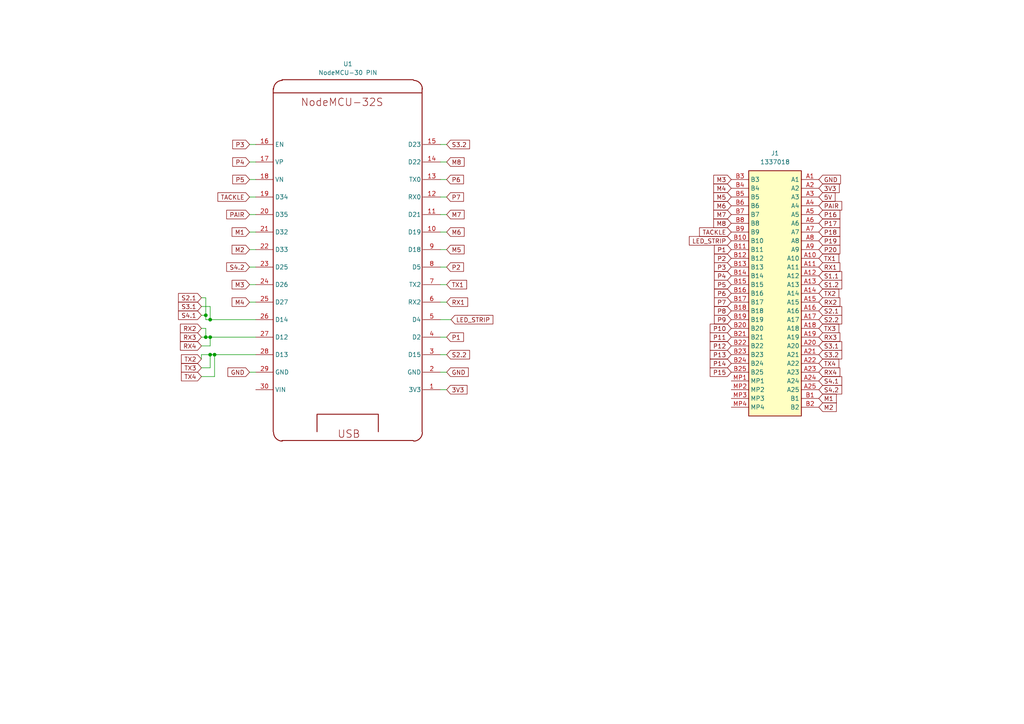
<source format=kicad_sch>
(kicad_sch (version 20231120) (generator "eeschema") (generator_version "8.0")
  (paper "A4")
  (title_block (title "ESP32 Interface Card - Main Module") (date "2024-03-27") (rev "1.0") (company "Polar Robotics") (comment 1 "Ordered through: JLCPCB") (comment 2 "Approved by: Rhys Davies") (comment 3 "Designed by: Kaden Wince"))
  (lib_symbols
    (symbol "1337018:1337018"
      (property "Reference" "J" (at 21.59 7.62 0))
      (property "Value" "1337018" (at 21.59 5.08 0))
      (symbol "1337018_1_1"
        (rectangle (start 5.08 2.54) (end 20.32 -68.58) (stroke (width 0.254)) (fill (type background)))
        (pin passive line (at 0 0 0) (length 5.08) (name "A1") (number "A1"))
        (pin passive line (at 0 -22.86 0) (length 5.08) (name "A10") (number "A10"))
        (pin passive line (at 0 -25.4 0) (length 5.08) (name "A11") (number "A11"))
        (pin passive line (at 0 -27.94 0) (length 5.08) (name "A12") (number "A12"))
        (pin passive line (at 0 -30.48 0) (length 5.08) (name "A13") (number "A13"))
        (pin passive line (at 0 -33.02 0) (length 5.08) (name "A14") (number "A14"))
        (pin passive line (at 0 -35.56 0) (length 5.08) (name "A15") (number "A15"))
        (pin passive line (at 0 -38.1 0) (length 5.08) (name "A16") (number "A16"))
        (pin passive line (at 0 -40.64 0) (length 5.08) (name "A17") (number "A17"))
        (pin passive line (at 0 -43.18 0) (length 5.08) (name "A18") (number "A18"))
        (pin passive line (at 0 -45.72 0) (length 5.08) (name "A19") (number "A19"))
        (pin passive line (at 0 -2.54 0) (length 5.08) (name "A2") (number "A2"))
        (pin passive line (at 0 -48.26 0) (length 5.08) (name "A20") (number "A20"))
        (pin passive line (at 0 -50.8 0) (length 5.08) (name "A21") (number "A21"))
        (pin passive line (at 0 -53.34 0) (length 5.08) (name "A22") (number "A22"))
        (pin passive line (at 0 -55.88 0) (length 5.08) (name "A23") (number "A23"))
        (pin passive line (at 0 -58.42 0) (length 5.08) (name "A24") (number "A24"))
        (pin passive line (at 0 -60.96 0) (length 5.08) (name "A25") (number "A25"))
        (pin passive line (at 0 -5.08 0) (length 5.08) (name "A3") (number "A3"))
        (pin passive line (at 0 -7.62 0) (length 5.08) (name "A4") (number "A4"))
        (pin passive line (at 0 -10.16 0) (length 5.08) (name "A5") (number "A5"))
        (pin passive line (at 0 -12.7 0) (length 5.08) (name "A6") (number "A6"))
        (pin passive line (at 0 -15.24 0) (length 5.08) (name "A7") (number "A7"))
        (pin passive line (at 0 -17.78 0) (length 5.08) (name "A8") (number "A8"))
        (pin passive line (at 0 -20.32 0) (length 5.08) (name "A9") (number "A9"))
        (pin passive line (at 0 -63.5 0) (length 5.08) (name "B1") (number "B1"))
        (pin passive line (at 25.4 -17.78 180) (length 5.08) (name "B10") (number "B10"))
        (pin passive line (at 25.4 -20.32 180) (length 5.08) (name "B11") (number "B11"))
        (pin passive line (at 25.4 -22.86 180) (length 5.08) (name "B12") (number "B12"))
        (pin passive line (at 25.4 -25.4 180) (length 5.08) (name "B13") (number "B13"))
        (pin passive line (at 25.4 -27.94 180) (length 5.08) (name "B14") (number "B14"))
        (pin passive line (at 25.4 -30.48 180) (length 5.08) (name "B15") (number "B15"))
        (pin passive line (at 25.4 -33.02 180) (length 5.08) (name "B16") (number "B16"))
        (pin passive line (at 25.4 -35.56 180) (length 5.08) (name "B17") (number "B17"))
        (pin passive line (at 25.4 -38.1 180) (length 5.08) (name "B18") (number "B18"))
        (pin passive line (at 25.4 -40.64 180) (length 5.08) (name "B19") (number "B19"))
        (pin passive line (at 0 -66.04 0) (length 5.08) (name "B2") (number "B2"))
        (pin passive line (at 25.4 -43.18 180) (length 5.08) (name "B20") (number "B20"))
        (pin passive line (at 25.4 -45.72 180) (length 5.08) (name "B21") (number "B21"))
        (pin passive line (at 25.4 -48.26 180) (length 5.08) (name "B22") (number "B22"))
        (pin passive line (at 25.4 -50.8 180) (length 5.08) (name "B23") (number "B23"))
        (pin passive line (at 25.4 -53.34 180) (length 5.08) (name "B24") (number "B24"))
        (pin passive line (at 25.4 -55.88 180) (length 5.08) (name "B25") (number "B25"))
        (pin passive line (at 25.4 0 180) (length 5.08) (name "B3") (number "B3"))
        (pin passive line (at 25.4 -2.54 180) (length 5.08) (name "B4") (number "B4"))
        (pin passive line (at 25.4 -5.08 180) (length 5.08) (name "B5") (number "B5"))
        (pin passive line (at 25.4 -7.62 180) (length 5.08) (name "B6") (number "B6"))
        (pin passive line (at 25.4 -10.16 180) (length 5.08) (name "B7") (number "B7"))
        (pin passive line (at 25.4 -12.7 180) (length 5.08) (name "B8") (number "B8"))
        (pin passive line (at 25.4 -15.24 180) (length 5.08) (name "B9") (number "B9"))
        (pin passive line (at 25.4 -58.42 180) (length 5.08) (name "MP1") (number "MP1"))
        (pin passive line (at 25.4 -60.96 180) (length 5.08) (name "MP2") (number "MP2"))
        (pin passive line (at 25.4 -63.5 180) (length 5.08) (name "MP3") (number "MP3"))
        (pin passive line (at 25.4 -66.04 180) (length 5.08) (name "MP4") (number "MP4"))
      )
    )
    (symbol "1337018:NodeMCU-30 PIN"
      (property "Reference" "U1" (at -0.6985 45.72 0))
      (property "Value" "NodeMCU-30 PIN" (at -0.6985 43.18 0))
      (symbol "NodeMCU-30 PIN_0_0"
        (arc (start -22.2504 -61.1378) (mid -21.5065 -62.9339) (end -19.7104 -63.6778) (stroke (width 0.254)))
        (arc (start -19.7104 40.9448) (mid -21.5065 40.2009) (end -22.2504 38.4048) (stroke (width 0.254)))
        (polyline (pts (xy -22.352 38.608) (xy -22.352 -60.96)) (stroke (width 0.254)))
        (polyline (pts (xy -19.812 -63.5) (xy 18.288 -63.5)) (stroke (width 0.254)))
        (polyline (pts (xy 18.288 41.148) (xy -19.812 41.148)) (stroke (width 0.254)))
        (polyline (pts (xy 20.828 -60.96) (xy 20.828 38.608)) (stroke (width 0.254)))
        (polyline (pts (xy 20.828 37.338) (xy -22.352 37.338)) (stroke (width 0.254)))
        (polyline (pts (xy 8.128 -60.96) (xy 8.128 -55.88) (xy -9.652 -55.88) (xy -9.652 -60.96)) (stroke (width 0.254)))
        (arc (start 18.3642 -63.6778) (mid 20.1603 -62.9339) (end 20.9042 -61.1378) (stroke (width 0.254)))
        (arc (start 20.9042 38.4048) (mid 20.1603 40.2009) (end 18.3642 40.9448) (stroke (width 0.254)))
        (text "NodeMCU-32S" (at 9.652 35.9029 0) (effects (font (size 2.1717 2.1717)) (justify right top)))
        (text "USB" (at 2.9464 -60.3123 0) (effects (font (size 2.1717 2.1717)) (justify right top)))
        (pin unspecified line (at 26.162 -48.768 180) (length 5.08) (name "3V3") (number "1"))
        (pin unspecified line (at 26.162 -3.048 180) (length 5.08) (name "D19") (number "10"))
        (pin unspecified line (at 26.162 2.032 180) (length 5.08) (name "D21") (number "11"))
        (pin unspecified line (at 26.162 7.112 180) (length 5.08) (name "RX0") (number "12"))
        (pin unspecified line (at 26.162 12.192 180) (length 5.08) (name "TX0") (number "13"))
        (pin unspecified line (at 26.162 17.272 180) (length 5.08) (name "D22") (number "14"))
        (pin unspecified line (at 26.162 22.352 180) (length 5.08) (name "D23") (number "15"))
        (pin unspecified line (at -27.432 22.352 0) (length 5.08) (name "EN") (number "16"))
        (pin unspecified line (at -27.432 17.272 0) (length 5.08) (name "VP") (number "17"))
        (pin unspecified line (at -27.432 12.192 0) (length 5.08) (name "VN") (number "18"))
        (pin unspecified line (at -27.432 7.112 0) (length 5.08) (name "D34") (number "19"))
        (pin unspecified line (at 26.162 -43.688 180) (length 5.08) (name "GND") (number "2"))
        (pin unspecified line (at -27.432 2.032 0) (length 5.08) (name "D35") (number "20"))
        (pin unspecified line (at -27.432 -3.048 0) (length 5.08) (name "D32") (number "21"))
        (pin unspecified line (at -27.432 -8.128 0) (length 5.08) (name "D33") (number "22"))
        (pin unspecified line (at -27.432 -13.208 0) (length 5.08) (name "D25") (number "23"))
        (pin unspecified line (at -27.432 -18.288 0) (length 5.08) (name "D26") (number "24"))
        (pin unspecified line (at -27.432 -23.368 0) (length 5.08) (name "D27") (number "25"))
        (pin unspecified line (at -27.432 -28.448 0) (length 5.08) (name "D14") (number "26"))
        (pin unspecified line (at -27.432 -33.528 0) (length 5.08) (name "D12") (number "27"))
        (pin unspecified line (at -27.432 -38.608 0) (length 5.08) (name "D13") (number "28"))
        (pin unspecified line (at -27.432 -43.688 0) (length 5.08) (name "GND") (number "29"))
        (pin unspecified line (at 26.162 -38.608 180) (length 5.08) (name "D15") (number "3"))
        (pin unspecified line (at -27.432 -48.768 0) (length 5.08) (name "VIN") (number "30"))
        (pin unspecified line (at 26.162 -33.528 180) (length 5.08) (name "D2") (number "4"))
        (pin unspecified line (at 26.162 -28.448 180) (length 5.08) (name "D4") (number "5"))
        (pin unspecified line (at 26.162 -23.368 180) (length 5.08) (name "RX2") (number "6"))
        (pin unspecified line (at 26.162 -18.288 180) (length 5.08) (name "TX2") (number "7"))
        (pin unspecified line (at 26.162 -13.208 180) (length 5.08) (name "D5") (number "8"))
        (pin unspecified line (at 26.162 -8.128 180) (length 5.08) (name "D18") (number "9"))
      )
    )
  )
  (junction (at 60.96 92.71))
  (junction (at 60.96 102.87))
  (junction (at 62.23 102.87))
  (junction (at 59.69 91.44))
  (junction (at 60.96 97.79))
  (junction (at 59.69 97.79))
  (wire (pts (xy 74.168 72.39) (xy 72.39 72.39)))
  (wire (pts (xy 59.69 91.44) (xy 58.42 91.44)))
  (wire (pts (xy 127.762 72.39) (xy 129.54 72.39)))
  (wire (pts (xy 74.168 41.91) (xy 72.39 41.91)))
  (wire (pts (xy 59.69 95.25) (xy 58.42 95.25)))
  (wire (pts (xy 59.69 97.79) (xy 60.96 97.79)))
  (wire (pts (xy 127.762 41.91) (xy 129.54 41.91)))
  (wire (pts (xy 127.762 102.87) (xy 129.54 102.87)))
  (wire (pts (xy 59.69 91.44) (xy 59.69 92.71)))
  (wire (pts (xy 58.42 97.79) (xy 59.69 97.79)))
  (wire (pts (xy 74.168 67.31) (xy 72.39 67.31)))
  (wire (pts (xy 127.762 67.31) (xy 129.54 67.31)))
  (wire (pts (xy 62.23 102.87) (xy 74.168 102.87)))
  (wire (pts (xy 127.762 77.47) (xy 129.54 77.47)))
  (wire (pts (xy 127.762 52.07) (xy 129.54 52.07)))
  (wire (pts (xy 59.69 86.36) (xy 58.42 86.36)))
  (wire (pts (xy 127.762 87.63) (xy 129.54 87.63)))
  (wire (pts (xy 62.23 109.22) (xy 58.42 109.22)))
  (wire (pts (xy 74.168 52.07) (xy 72.39 52.07)))
  (wire (pts (xy 60.96 100.33) (xy 58.42 100.33)))
  (wire (pts (xy 127.762 82.55) (xy 129.54 82.55)))
  (wire (pts (xy 60.96 97.79) (xy 74.168 97.79)))
  (wire (pts (xy 74.168 62.23) (xy 72.39 62.23)))
  (wire (pts (xy 127.762 92.71) (xy 130.81 92.71)))
  (wire (pts (xy 127.762 46.99) (xy 129.54 46.99)))
  (wire (pts (xy 60.96 106.68) (xy 58.42 106.68)))
  (wire (pts (xy 127.762 57.15) (xy 129.54 57.15)))
  (wire (pts (xy 60.96 88.9) (xy 60.96 92.71)))
  (wire (pts (xy 74.168 87.63) (xy 72.39 87.63)))
  (wire (pts (xy 74.168 77.47) (xy 72.39 77.47)))
  (wire (pts (xy 74.168 57.15) (xy 72.39 57.15)))
  (wire (pts (xy 59.69 95.25) (xy 59.69 97.79)))
  (wire (pts (xy 127.762 62.23) (xy 129.54 62.23)))
  (wire (pts (xy 74.168 82.55) (xy 72.39 82.55)))
  (wire (pts (xy 60.96 106.68) (xy 60.96 102.87)))
  (wire (pts (xy 59.69 92.71) (xy 60.96 92.71)))
  (wire (pts (xy 127.762 107.95) (xy 129.54 107.95)))
  (wire (pts (xy 60.96 100.33) (xy 60.96 97.79)))
  (wire (pts (xy 60.96 88.9) (xy 58.42 88.9)))
  (wire (pts (xy 58.42 102.87) (xy 60.96 102.87)))
  (wire (pts (xy 59.69 86.36) (xy 59.69 91.44)))
  (wire (pts (xy 62.23 109.22) (xy 62.23 102.87)))
  (wire (pts (xy 60.96 102.87) (xy 62.23 102.87)))
  (wire (pts (xy 127.762 97.79) (xy 129.54 97.79)))
  (wire (pts (xy 74.168 107.95) (xy 72.39 107.95)))
  (wire (pts (xy 127.762 113.03) (xy 129.54 113.03)))
  (wire (pts (xy 58.42 102.87) (xy 58.42 104.14)))
  (wire (pts (xy 74.168 46.99) (xy 72.39 46.99)))
  (wire (pts (xy 60.96 92.71) (xy 74.168 92.71)))
  (global_label "RX4" (shape input) (at 237.49 107.95 0) (property "Intersheetrefs" "${INTERSHEET_REFS}" (effects (hide yes))))
  (global_label "GND" (shape input) (at 237.49 52.07 0) (property "Intersheetrefs" "${INTERSHEET_REFS}" (effects (hide yes))))
  (global_label "P20" (shape input) (at 237.49 72.39 0) (property "Intersheetrefs" "${INTERSHEET_REFS}" (effects (hide yes))))
  (global_label "TACKLE" (shape input) (at 72.39 57.15 180) (property "Intersheetrefs" "${INTERSHEET_REFS}" (effects (hide yes))))
  (global_label "P8" (shape input) (at 212.09 90.17 180) (property "Intersheetrefs" "${INTERSHEET_REFS}" (effects (hide yes))))
  (global_label "P4" (shape input) (at 212.09 80.01 180) (property "Intersheetrefs" "${INTERSHEET_REFS}" (effects (hide yes))))
  (global_label "GND" (shape input) (at 72.39 107.95 180) (property "Intersheetrefs" "${INTERSHEET_REFS}" (effects (hide yes))))
  (global_label "M1" (shape input) (at 72.39 67.31 180) (property "Intersheetrefs" "${INTERSHEET_REFS}" (effects (hide yes))))
  (global_label "M7" (shape input) (at 129.54 62.23 0) (property "Intersheetrefs" "${INTERSHEET_REFS}" (effects (hide yes))))
  (global_label "S1.1" (shape input) (at 237.49 80.01 0) (property "Intersheetrefs" "${INTERSHEET_REFS}" (effects (hide yes))))
  (global_label "P5" (shape input) (at 212.09 82.55 180) (property "Intersheetrefs" "${INTERSHEET_REFS}" (effects (hide yes))))
  (global_label "S2.1" (shape input) (at 237.49 90.17 0) (property "Intersheetrefs" "${INTERSHEET_REFS}" (effects (hide yes))))
  (global_label "TX4" (shape input) (at 58.42 109.22 180) (property "Intersheetrefs" "${INTERSHEET_REFS}" (effects (hide yes))))
  (global_label "S4.2" (shape input) (at 72.39 77.47 180) (property "Intersheetrefs" "${INTERSHEET_REFS}" (effects (hide yes))))
  (global_label "P2" (shape input) (at 129.54 77.47 0) (property "Intersheetrefs" "${INTERSHEET_REFS}" (effects (hide yes))))
  (global_label "P17" (shape input) (at 237.49 64.77 0) (property "Intersheetrefs" "${INTERSHEET_REFS}" (effects (hide yes))))
  (global_label "P9" (shape input) (at 212.09 92.71 180) (property "Intersheetrefs" "${INTERSHEET_REFS}" (effects (hide yes))))
  (global_label "M6" (shape input) (at 212.09 59.69 180) (property "Intersheetrefs" "${INTERSHEET_REFS}" (effects (hide yes))))
  (global_label "M3" (shape input) (at 212.09 52.07 180) (property "Intersheetrefs" "${INTERSHEET_REFS}" (effects (hide yes))))
  (global_label "M5" (shape input) (at 129.54 72.39 0) (property "Intersheetrefs" "${INTERSHEET_REFS}" (effects (hide yes))))
  (global_label "P5" (shape input) (at 72.39 52.07 180) (property "Intersheetrefs" "${INTERSHEET_REFS}" (effects (hide yes))))
  (global_label "3V3" (shape input) (at 129.54 113.03 0) (property "Intersheetrefs" "${INTERSHEET_REFS}" (effects (hide yes))))
  (global_label "TX2" (shape input) (at 237.49 85.09 0) (property "Intersheetrefs" "${INTERSHEET_REFS}" (effects (hide yes))))
  (global_label "RX2" (shape input) (at 58.42 95.25 180) (property "Intersheetrefs" "${INTERSHEET_REFS}" (effects (hide yes))))
  (global_label "RX3" (shape input) (at 237.49 97.79 0) (property "Intersheetrefs" "${INTERSHEET_REFS}" (effects (hide yes))))
  (global_label "M4" (shape input) (at 212.09 54.61 180) (property "Intersheetrefs" "${INTERSHEET_REFS}" (effects (hide yes))))
  (global_label "M5" (shape input) (at 212.09 57.15 180) (property "Intersheetrefs" "${INTERSHEET_REFS}" (effects (hide yes))))
  (global_label "P1" (shape input) (at 129.54 97.79 0) (property "Intersheetrefs" "${INTERSHEET_REFS}" (effects (hide yes))))
  (global_label "M6" (shape input) (at 129.54 67.31 0) (property "Intersheetrefs" "${INTERSHEET_REFS}" (effects (hide yes))))
  (global_label "S4.2" (shape input) (at 237.49 113.03 0) (property "Intersheetrefs" "${INTERSHEET_REFS}" (effects (hide yes))))
  (global_label "S2.1" (shape input) (at 58.42 86.36 180) (property "Intersheetrefs" "${INTERSHEET_REFS}" (effects (hide yes))))
  (global_label "S3.2" (shape input) (at 237.49 102.87 0) (property "Intersheetrefs" "${INTERSHEET_REFS}" (effects (hide yes))))
  (global_label "P6" (shape input) (at 212.09 85.09 180) (property "Intersheetrefs" "${INTERSHEET_REFS}" (effects (hide yes))))
  (global_label "M7" (shape input) (at 212.09 62.23 180) (property "Intersheetrefs" "${INTERSHEET_REFS}" (effects (hide yes))))
  (global_label "P13" (shape input) (at 212.09 102.87 180) (property "Intersheetrefs" "${INTERSHEET_REFS}" (effects (hide yes))))
  (global_label "P10" (shape input) (at 212.09 95.25 180) (property "Intersheetrefs" "${INTERSHEET_REFS}" (effects (hide yes))))
  (global_label "S1.2" (shape input) (at 237.49 82.55 0) (property "Intersheetrefs" "${INTERSHEET_REFS}" (effects (hide yes))))
  (global_label "P18" (shape input) (at 237.49 67.31 0) (property "Intersheetrefs" "${INTERSHEET_REFS}" (effects (hide yes))))
  (global_label "S2.2" (shape input) (at 237.49 92.71 0) (property "Intersheetrefs" "${INTERSHEET_REFS}" (effects (hide yes))))
  (global_label "S3.1" (shape input) (at 58.42 88.9 180) (property "Intersheetrefs" "${INTERSHEET_REFS}" (effects (hide yes))))
  (global_label "RX2" (shape input) (at 237.49 87.63 0) (property "Intersheetrefs" "${INTERSHEET_REFS}" (effects (hide yes))))
  (global_label "S4.1" (shape input) (at 58.42 91.44 180) (property "Intersheetrefs" "${INTERSHEET_REFS}" (effects (hide yes))))
  (global_label "P4" (shape input) (at 72.39 46.99 180) (property "Intersheetrefs" "${INTERSHEET_REFS}" (effects (hide yes))))
  (global_label "P19" (shape input) (at 237.49 69.85 0) (property "Intersheetrefs" "${INTERSHEET_REFS}" (effects (hide yes))))
  (global_label "P7" (shape input) (at 129.54 57.15 0) (property "Intersheetrefs" "${INTERSHEET_REFS}" (effects (hide yes))))
  (global_label "P14" (shape input) (at 212.09 105.41 180) (property "Intersheetrefs" "${INTERSHEET_REFS}" (effects (hide yes))))
  (global_label "RX4" (shape input) (at 58.42 100.33 180) (property "Intersheetrefs" "${INTERSHEET_REFS}" (effects (hide yes))))
  (global_label "RX1" (shape input) (at 237.49 77.47 0) (property "Intersheetrefs" "${INTERSHEET_REFS}" (effects (hide yes))))
  (global_label "TX1" (shape input) (at 237.49 74.93 0) (property "Intersheetrefs" "${INTERSHEET_REFS}" (effects (hide yes))))
  (global_label "P7" (shape input) (at 212.09 87.63 180) (property "Intersheetrefs" "${INTERSHEET_REFS}" (effects (hide yes))))
  (global_label "M2" (shape input) (at 72.39 72.39 180) (property "Intersheetrefs" "${INTERSHEET_REFS}" (effects (hide yes))))
  (global_label "TACKLE" (shape input) (at 212.09 67.31 180) (property "Intersheetrefs" "${INTERSHEET_REFS}" (effects (hide yes))))
  (global_label "P1" (shape input) (at 212.09 72.39 180) (property "Intersheetrefs" "${INTERSHEET_REFS}" (effects (hide yes))))
  (global_label "M8" (shape input) (at 129.54 46.99 0) (property "Intersheetrefs" "${INTERSHEET_REFS}" (effects (hide yes))))
  (global_label "P3" (shape input) (at 72.39 41.91 180) (property "Intersheetrefs" "${INTERSHEET_REFS}" (effects (hide yes))))
  (global_label "TX3" (shape input) (at 237.49 95.25 0) (property "Intersheetrefs" "${INTERSHEET_REFS}" (effects (hide yes))))
  (global_label "P2" (shape input) (at 212.09 74.93 180) (property "Intersheetrefs" "${INTERSHEET_REFS}" (effects (hide yes))))
  (global_label "5V" (shape input) (at 237.49 57.15 0) (property "Intersheetrefs" "${INTERSHEET_REFS}" (effects (hide yes))))
  (global_label "M1" (shape input) (at 237.49 115.57 0) (property "Intersheetrefs" "${INTERSHEET_REFS}" (effects (hide yes))))
  (global_label "M2" (shape input) (at 237.49 118.11 0) (property "Intersheetrefs" "${INTERSHEET_REFS}" (effects (hide yes))))
  (global_label "P16" (shape input) (at 237.49 62.23 0) (property "Intersheetrefs" "${INTERSHEET_REFS}" (effects (hide yes))))
  (global_label "TX3" (shape input) (at 58.42 106.68 180) (property "Intersheetrefs" "${INTERSHEET_REFS}" (effects (hide yes))))
  (global_label "M8" (shape input) (at 212.09 64.77 180) (property "Intersheetrefs" "${INTERSHEET_REFS}" (effects (hide yes))))
  (global_label "P6" (shape input) (at 129.54 52.07 0) (property "Intersheetrefs" "${INTERSHEET_REFS}" (effects (hide yes))))
  (global_label "P11" (shape input) (at 212.09 97.79 180) (property "Intersheetrefs" "${INTERSHEET_REFS}" (effects (hide yes))))
  (global_label "PAIR" (shape input) (at 237.49 59.69 0) (property "Intersheetrefs" "${INTERSHEET_REFS}" (effects (hide yes))))
  (global_label "RX3" (shape input) (at 58.42 97.79 180) (property "Intersheetrefs" "${INTERSHEET_REFS}" (effects (hide yes))))
  (global_label "LED_STRIP" (shape input) (at 212.09 69.85 180) (property "Intersheetrefs" "${INTERSHEET_REFS}" (effects (hide yes))))
  (global_label "LED_STRIP" (shape input) (at 130.81 92.71 0) (property "Intersheetrefs" "${INTERSHEET_REFS}" (effects (hide yes))))
  (global_label "RX1" (shape input) (at 129.54 87.63 0) (property "Intersheetrefs" "${INTERSHEET_REFS}" (effects (hide yes))))
  (global_label "TX2" (shape input) (at 58.42 104.14 180) (property "Intersheetrefs" "${INTERSHEET_REFS}" (effects (hide yes))))
  (global_label "S2.2" (shape input) (at 129.54 102.87 0) (property "Intersheetrefs" "${INTERSHEET_REFS}" (effects (hide yes))))
  (global_label "TX4" (shape input) (at 237.49 105.41 0) (property "Intersheetrefs" "${INTERSHEET_REFS}" (effects (hide yes))))
  (global_label "S3.2" (shape input) (at 129.54 41.91 0) (property "Intersheetrefs" "${INTERSHEET_REFS}" (effects (hide yes))))
  (global_label "M3" (shape input) (at 72.39 82.55 180) (property "Intersheetrefs" "${INTERSHEET_REFS}" (effects (hide yes))))
  (global_label "P15" (shape input) (at 212.09 107.95 180) (property "Intersheetrefs" "${INTERSHEET_REFS}" (effects (hide yes))))
  (global_label "GND" (shape input) (at 129.54 107.95 0) (property "Intersheetrefs" "${INTERSHEET_REFS}" (effects (hide yes))))
  (global_label "M4" (shape input) (at 72.39 87.63 180) (property "Intersheetrefs" "${INTERSHEET_REFS}" (effects (hide yes))))
  (global_label "S3.1" (shape input) (at 237.49 100.33 0) (property "Intersheetrefs" "${INTERSHEET_REFS}" (effects (hide yes))))
  (global_label "TX1" (shape input) (at 129.54 82.55 0) (property "Intersheetrefs" "${INTERSHEET_REFS}" (effects (hide yes))))
  (global_label "P3" (shape input) (at 212.09 77.47 180) (property "Intersheetrefs" "${INTERSHEET_REFS}" (effects (hide yes))))
  (global_label "PAIR" (shape input) (at 72.39 62.23 180) (property "Intersheetrefs" "${INTERSHEET_REFS}" (effects (hide yes))))
  (global_label "P12" (shape input) (at 212.09 100.33 180) (property "Intersheetrefs" "${INTERSHEET_REFS}" (effects (hide yes))))
  (global_label "3V3" (shape input) (at 237.49 54.61 0) (property "Intersheetrefs" "${INTERSHEET_REFS}" (effects (hide yes))))
  (global_label "S4.1" (shape input) (at 237.49 110.49 0) (property "Intersheetrefs" "${INTERSHEET_REFS}" (effects (hide yes))))
  (symbol (lib_id "1337018:NodeMCU-30 PIN") (at 101.6 64.262 0) (unit 1)
    (property "Reference" "U1" (at 100.9015 18.542 0))
    (property "Value" "NodeMCU-30 PIN" (at 100.9015 21.082 0))
    (property "Footprint" "ESP32:ESP32-WROOM-30-DEVBOARD" (effects (hide yes)))
  )
  (symbol (lib_id "1337018:1337018") (at 237.49 52.07 0) (mirror y) (unit 1)
    (property "Reference" "J1" (at 224.79 44.45 0))
    (property "Value" "1337018" (at 224.79 46.99 0))
    (property "Footprint" "1337018" (effects (hide yes)))
    (property "Datasheet" "http://www.phoenixcontact.com/gb/produkte/1337018" (effects (hide yes)))
    (property "Description" "SMD female connector, nominal current: 2.2 A, Test voltage: 500 VAC, number of positions: 50, pitch: 1.27 mm, color: black, contact surface: Gold, type of contact: Female connector, mounting: SMD soldering" (effects (hide yes)))
    (property "Height" "3.78" (effects (hide yes)))
    (property "Manufacturer_Name" "Phoenix Contact" (effects (hide yes)))
    (property "Manufacturer_Part_Number" "1337018" (effects (hide yes)))
  )
)
</source>
